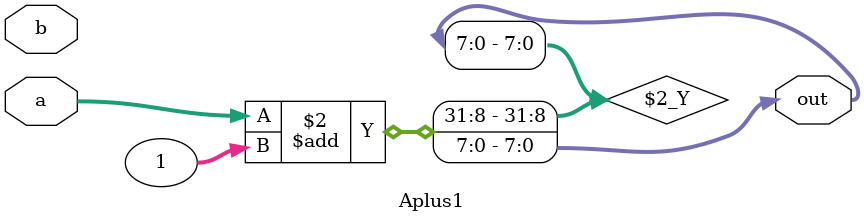
<source format=v>
`timescale 1ns / 1ps
module Aplus1(
    output reg [7:0] out,
    input [7:0] a,
    input [7:0] b
    );
always @(*) out = a + 1;
endmodule

</source>
